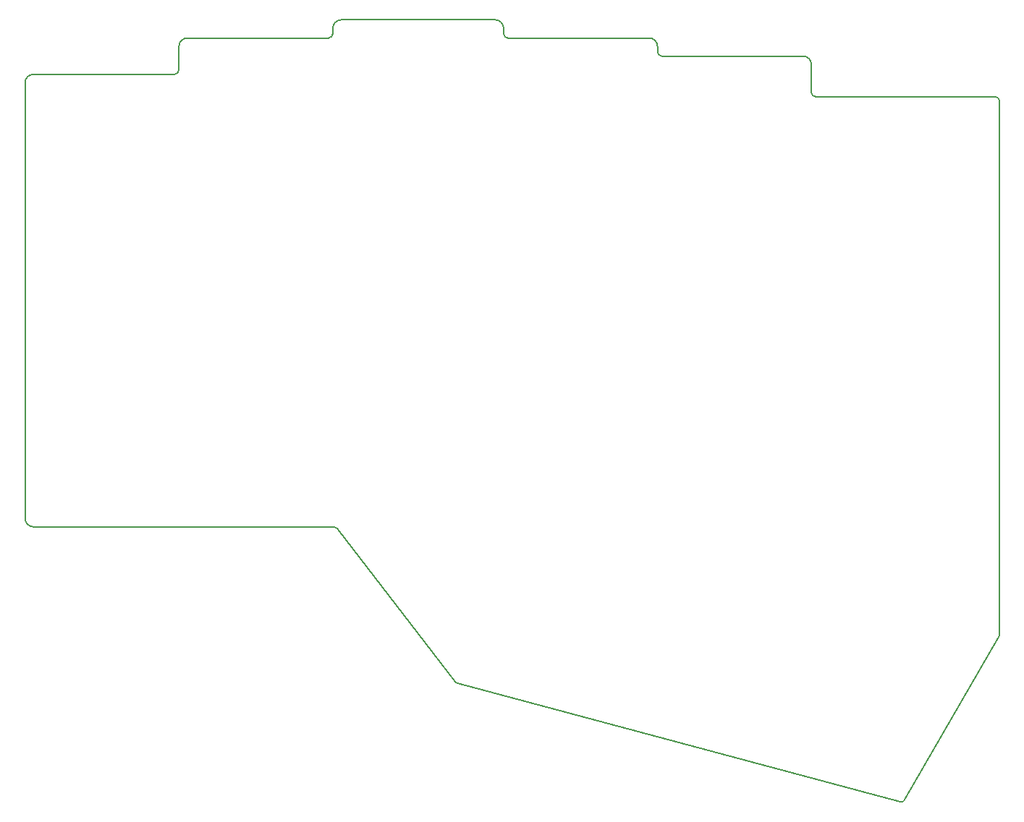
<source format=gbr>
%TF.GenerationSoftware,KiCad,Pcbnew,8.0.1*%
%TF.CreationDate,2024-12-01T01:33:27+09:00*%
%TF.ProjectId,corney_island_wireless_autorouted,636f726e-6579-45f6-9973-6c616e645f77,0.2*%
%TF.SameCoordinates,Original*%
%TF.FileFunction,Profile,NP*%
%FSLAX46Y46*%
G04 Gerber Fmt 4.6, Leading zero omitted, Abs format (unit mm)*
G04 Created by KiCad (PCBNEW 8.0.1) date 2024-12-01 01:33:27*
%MOMM*%
%LPD*%
G01*
G04 APERTURE LIST*
%TA.AperFunction,Profile*%
%ADD10C,0.150000*%
%TD*%
G04 APERTURE END LIST*
D10*
X126000000Y-51125000D02*
X126000000Y-51750000D01*
X146000000Y-51750000D02*
X146000000Y-51125000D01*
X181000000Y-54375000D02*
X164500000Y-54375000D01*
X90000000Y-108500000D02*
X90000000Y-57500000D01*
X204000000Y-122164889D02*
G75*
G02*
X203933006Y-122414885I-499900J-11D01*
G01*
X91000000Y-109500000D02*
X126128450Y-109500000D01*
X126000000Y-51125000D02*
G75*
G02*
X127000000Y-50125000I1000000J0D01*
G01*
X164500000Y-54375000D02*
G75*
G02*
X164000000Y-53875000I0J500000D01*
G01*
X140296679Y-127640370D02*
X126525104Y-109695591D01*
X164000000Y-53875000D02*
X164000000Y-53250000D01*
X145000000Y-50125000D02*
X127000000Y-50125000D01*
X91000000Y-109500000D02*
G75*
G02*
X90000000Y-108500000I0J1000000D01*
G01*
X108000000Y-56000000D02*
G75*
G02*
X107500000Y-56500000I-500000J0D01*
G01*
X140563924Y-127818922D02*
G75*
G02*
X140296677Y-127640372I129376J482922D01*
G01*
X192932979Y-141467506D02*
X203933013Y-122414889D01*
X182500000Y-59125000D02*
X203500000Y-59125000D01*
X126128450Y-109500000D02*
G75*
G02*
X126525135Y-109695567I-50J-500200D01*
G01*
X146500000Y-52250000D02*
G75*
G02*
X146000000Y-51750000I0J500000D01*
G01*
X182000000Y-58625000D02*
X182000000Y-55375000D01*
X163000000Y-52250000D02*
G75*
G02*
X164000000Y-53250000I0J-1000000D01*
G01*
X108000000Y-53250000D02*
X108000000Y-56000000D01*
X145000000Y-50125000D02*
G75*
G02*
X146000000Y-51125000I0J-1000000D01*
G01*
X181000000Y-54375000D02*
G75*
G02*
X182000000Y-55375000I0J-1000000D01*
G01*
X107500000Y-56500000D02*
X91000000Y-56500000D01*
X126000000Y-51750000D02*
G75*
G02*
X125500000Y-52250000I-500000J0D01*
G01*
X108000000Y-53250000D02*
G75*
G02*
X109000000Y-52250000I1000000J0D01*
G01*
X163000000Y-52250000D02*
X146500000Y-52250000D01*
X182500000Y-59125000D02*
G75*
G02*
X182000000Y-58625000I0J500000D01*
G01*
X192932979Y-141467506D02*
G75*
G02*
X192370551Y-141700493I-433079J250106D01*
G01*
X204000000Y-59625000D02*
X204000000Y-122164889D01*
X203500000Y-59125000D02*
G75*
G02*
X204000000Y-59625000I0J-500000D01*
G01*
X125500000Y-52250000D02*
X109000000Y-52250000D01*
X192370557Y-141700469D02*
X140563924Y-127818923D01*
X90000000Y-57500000D02*
G75*
G02*
X91000000Y-56500000I1000000J0D01*
G01*
M02*

</source>
